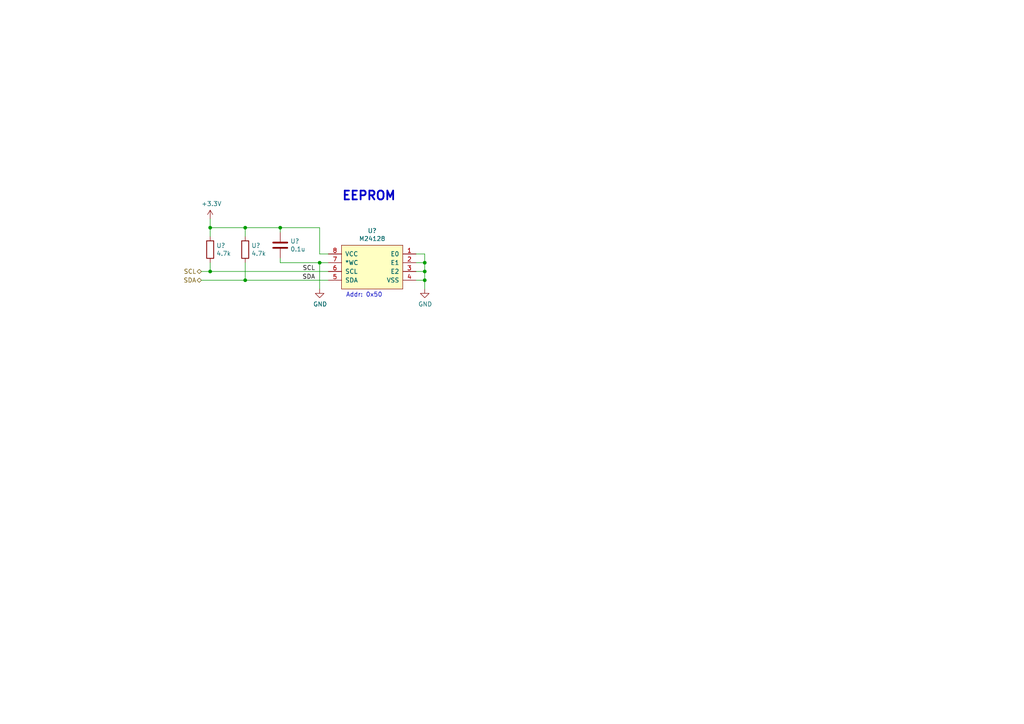
<source format=kicad_sch>
(kicad_sch (version 20211123) (generator eeschema)

  (uuid 385ced0a-8014-49f7-a535-575fd43cc821)

  (paper "A4")

  (lib_symbols
    (symbol "Device:C" (pin_numbers hide) (pin_names (offset 0.254)) (in_bom yes) (on_board yes)
      (property "Reference" "C" (id 0) (at 0.635 2.54 0)
        (effects (font (size 1.27 1.27)) (justify left))
      )
      (property "Value" "C" (id 1) (at 0.635 -2.54 0)
        (effects (font (size 1.27 1.27)) (justify left))
      )
      (property "Footprint" "" (id 2) (at 0.9652 -3.81 0)
        (effects (font (size 1.27 1.27)) hide)
      )
      (property "Datasheet" "~" (id 3) (at 0 0 0)
        (effects (font (size 1.27 1.27)) hide)
      )
      (property "ki_keywords" "cap capacitor" (id 4) (at 0 0 0)
        (effects (font (size 1.27 1.27)) hide)
      )
      (property "ki_description" "Unpolarized capacitor" (id 5) (at 0 0 0)
        (effects (font (size 1.27 1.27)) hide)
      )
      (property "ki_fp_filters" "C_*" (id 6) (at 0 0 0)
        (effects (font (size 1.27 1.27)) hide)
      )
      (symbol "C_0_1"
        (polyline
          (pts
            (xy -2.032 -0.762)
            (xy 2.032 -0.762)
          )
          (stroke (width 0.508) (type default) (color 0 0 0 0))
          (fill (type none))
        )
        (polyline
          (pts
            (xy -2.032 0.762)
            (xy 2.032 0.762)
          )
          (stroke (width 0.508) (type default) (color 0 0 0 0))
          (fill (type none))
        )
      )
      (symbol "C_1_1"
        (pin passive line (at 0 3.81 270) (length 2.794)
          (name "~" (effects (font (size 1.27 1.27))))
          (number "1" (effects (font (size 1.27 1.27))))
        )
        (pin passive line (at 0 -3.81 90) (length 2.794)
          (name "~" (effects (font (size 1.27 1.27))))
          (number "2" (effects (font (size 1.27 1.27))))
        )
      )
    )
    (symbol "Device:R" (pin_numbers hide) (pin_names (offset 0)) (in_bom yes) (on_board yes)
      (property "Reference" "R" (id 0) (at 2.032 0 90)
        (effects (font (size 1.27 1.27)))
      )
      (property "Value" "R" (id 1) (at 0 0 90)
        (effects (font (size 1.27 1.27)))
      )
      (property "Footprint" "" (id 2) (at -1.778 0 90)
        (effects (font (size 1.27 1.27)) hide)
      )
      (property "Datasheet" "~" (id 3) (at 0 0 0)
        (effects (font (size 1.27 1.27)) hide)
      )
      (property "ki_keywords" "R res resistor" (id 4) (at 0 0 0)
        (effects (font (size 1.27 1.27)) hide)
      )
      (property "ki_description" "Resistor" (id 5) (at 0 0 0)
        (effects (font (size 1.27 1.27)) hide)
      )
      (property "ki_fp_filters" "R_*" (id 6) (at 0 0 0)
        (effects (font (size 1.27 1.27)) hide)
      )
      (symbol "R_0_1"
        (rectangle (start -1.016 -2.54) (end 1.016 2.54)
          (stroke (width 0.254) (type default) (color 0 0 0 0))
          (fill (type none))
        )
      )
      (symbol "R_1_1"
        (pin passive line (at 0 3.81 270) (length 1.27)
          (name "~" (effects (font (size 1.27 1.27))))
          (number "1" (effects (font (size 1.27 1.27))))
        )
        (pin passive line (at 0 -3.81 90) (length 1.27)
          (name "~" (effects (font (size 1.27 1.27))))
          (number "2" (effects (font (size 1.27 1.27))))
        )
      )
    )
    (symbol "power:+3.3V" (power) (pin_names (offset 0)) (in_bom yes) (on_board yes)
      (property "Reference" "#PWR" (id 0) (at 0 -3.81 0)
        (effects (font (size 1.27 1.27)) hide)
      )
      (property "Value" "+3.3V" (id 1) (at 0 3.556 0)
        (effects (font (size 1.27 1.27)))
      )
      (property "Footprint" "" (id 2) (at 0 0 0)
        (effects (font (size 1.27 1.27)) hide)
      )
      (property "Datasheet" "" (id 3) (at 0 0 0)
        (effects (font (size 1.27 1.27)) hide)
      )
      (property "ki_keywords" "power-flag" (id 4) (at 0 0 0)
        (effects (font (size 1.27 1.27)) hide)
      )
      (property "ki_description" "Power symbol creates a global label with name \"+3.3V\"" (id 5) (at 0 0 0)
        (effects (font (size 1.27 1.27)) hide)
      )
      (symbol "+3.3V_0_1"
        (polyline
          (pts
            (xy -0.762 1.27)
            (xy 0 2.54)
          )
          (stroke (width 0) (type default) (color 0 0 0 0))
          (fill (type none))
        )
        (polyline
          (pts
            (xy 0 0)
            (xy 0 2.54)
          )
          (stroke (width 0) (type default) (color 0 0 0 0))
          (fill (type none))
        )
        (polyline
          (pts
            (xy 0 2.54)
            (xy 0.762 1.27)
          )
          (stroke (width 0) (type default) (color 0 0 0 0))
          (fill (type none))
        )
      )
      (symbol "+3.3V_1_1"
        (pin power_in line (at 0 0 90) (length 0) hide
          (name "+3.3V" (effects (font (size 1.27 1.27))))
          (number "1" (effects (font (size 1.27 1.27))))
        )
      )
    )
    (symbol "power:GND" (power) (pin_names (offset 0)) (in_bom yes) (on_board yes)
      (property "Reference" "#PWR" (id 0) (at 0 -6.35 0)
        (effects (font (size 1.27 1.27)) hide)
      )
      (property "Value" "GND" (id 1) (at 0 -3.81 0)
        (effects (font (size 1.27 1.27)))
      )
      (property "Footprint" "" (id 2) (at 0 0 0)
        (effects (font (size 1.27 1.27)) hide)
      )
      (property "Datasheet" "" (id 3) (at 0 0 0)
        (effects (font (size 1.27 1.27)) hide)
      )
      (property "ki_keywords" "power-flag" (id 4) (at 0 0 0)
        (effects (font (size 1.27 1.27)) hide)
      )
      (property "ki_description" "Power symbol creates a global label with name \"GND\" , ground" (id 5) (at 0 0 0)
        (effects (font (size 1.27 1.27)) hide)
      )
      (symbol "GND_0_1"
        (polyline
          (pts
            (xy 0 0)
            (xy 0 -1.27)
            (xy 1.27 -1.27)
            (xy 0 -2.54)
            (xy -1.27 -1.27)
            (xy 0 -1.27)
          )
          (stroke (width 0) (type default) (color 0 0 0 0))
          (fill (type none))
        )
      )
      (symbol "GND_1_1"
        (pin power_in line (at 0 0 270) (length 0) hide
          (name "GND" (effects (font (size 1.27 1.27))))
          (number "1" (effects (font (size 1.27 1.27))))
        )
      )
    )
    (symbol "utsvt-bps:M24128" (pin_names (offset 1.016)) (in_bom yes) (on_board yes)
      (property "Reference" "U" (id 0) (at 0 3.81 0)
        (effects (font (size 1.27 1.27)))
      )
      (property "Value" "M24128" (id 1) (at 0 1.27 0)
        (effects (font (size 1.27 1.27)))
      )
      (property "Footprint" "Package_SO:SOIC-8_3.9x4.9mm_P1.27mm" (id 2) (at 0 0 0)
        (effects (font (size 1.27 1.27)) hide)
      )
      (property "Datasheet" "https://www.st.com/resource/en/datasheet/m24128-bf.pdf" (id 3) (at 0 0 0)
        (effects (font (size 1.27 1.27)) hide)
      )
      (property "Address" "0x50" (id 4) (at 0 0 0)
        (effects (font (size 1.27 1.27)) hide)
      )
      (property "ki_keywords" "EEPROM, memory, non-volatile" (id 5) (at 0 0 0)
        (effects (font (size 1.27 1.27)) hide)
      )
      (property "ki_description" "EEPROM Memory Chip" (id 6) (at 0 0 0)
        (effects (font (size 1.27 1.27)) hide)
      )
      (symbol "M24128_0_1"
        (rectangle (start -8.89 0) (end 8.89 -12.7)
          (stroke (width 0) (type default) (color 0 0 0 0))
          (fill (type background))
        )
      )
      (symbol "M24128_1_1"
        (pin input line (at -12.7 -2.54 0) (length 3.81)
          (name "E0" (effects (font (size 1.27 1.27))))
          (number "1" (effects (font (size 1.27 1.27))))
        )
        (pin input line (at -12.7 -5.08 0) (length 3.81)
          (name "E1" (effects (font (size 1.27 1.27))))
          (number "2" (effects (font (size 1.27 1.27))))
        )
        (pin input line (at -12.7 -7.62 0) (length 3.81)
          (name "E2" (effects (font (size 1.27 1.27))))
          (number "3" (effects (font (size 1.27 1.27))))
        )
        (pin input line (at -12.7 -10.16 0) (length 3.81)
          (name "VSS" (effects (font (size 1.27 1.27))))
          (number "4" (effects (font (size 1.27 1.27))))
        )
        (pin input line (at 12.7 -10.16 180) (length 3.81)
          (name "SDA" (effects (font (size 1.27 1.27))))
          (number "5" (effects (font (size 1.27 1.27))))
        )
        (pin input line (at 12.7 -7.62 180) (length 3.81)
          (name "SCL" (effects (font (size 1.27 1.27))))
          (number "6" (effects (font (size 1.27 1.27))))
        )
        (pin input line (at 12.7 -5.08 180) (length 3.81)
          (name "*WC" (effects (font (size 1.27 1.27))))
          (number "7" (effects (font (size 1.27 1.27))))
        )
        (pin input line (at 12.7 -2.54 180) (length 3.81)
          (name "VCC" (effects (font (size 1.27 1.27))))
          (number "8" (effects (font (size 1.27 1.27))))
        )
      )
    )
  )

  (junction (at 60.96 78.74) (diameter 0) (color 0 0 0 0)
    (uuid 293f8b5f-9eb2-404e-a381-1f6d85ab935a)
  )
  (junction (at 123.19 76.2) (diameter 0) (color 0 0 0 0)
    (uuid 59c3ce42-34f3-4c20-b5e2-54bb7bf5e9ac)
  )
  (junction (at 123.19 78.74) (diameter 0) (color 0 0 0 0)
    (uuid 628953fe-4d10-460c-a372-0d78540c94eb)
  )
  (junction (at 123.19 81.28) (diameter 0) (color 0 0 0 0)
    (uuid 6bcb4120-0ffc-476b-ab66-1d65c6ec6827)
  )
  (junction (at 81.28 66.04) (diameter 0) (color 0 0 0 0)
    (uuid 793d025f-7c36-4c8c-a878-b527215a5810)
  )
  (junction (at 71.12 66.04) (diameter 0) (color 0 0 0 0)
    (uuid 9b079623-6e36-4893-9691-d52f9bcd5065)
  )
  (junction (at 92.71 76.2) (diameter 0) (color 0 0 0 0)
    (uuid 9e585e75-b7ad-494b-9816-af5d491bf401)
  )
  (junction (at 71.12 81.28) (diameter 0) (color 0 0 0 0)
    (uuid ce4d7f86-7a89-4a44-b651-1d8fa5dce22f)
  )
  (junction (at 60.96 66.04) (diameter 0) (color 0 0 0 0)
    (uuid f4278f6a-63a9-4733-981f-f64a065312f6)
  )

  (wire (pts (xy 71.12 66.04) (xy 81.28 66.04))
    (stroke (width 0) (type default) (color 0 0 0 0))
    (uuid 09c12647-8e16-4af1-91d5-ad758e6e7486)
  )
  (wire (pts (xy 58.42 78.74) (xy 60.96 78.74))
    (stroke (width 0) (type default) (color 0 0 0 0))
    (uuid 0b90a51c-b818-4a22-a2b0-4280177dbfd7)
  )
  (wire (pts (xy 92.71 83.82) (xy 92.71 76.2))
    (stroke (width 0) (type default) (color 0 0 0 0))
    (uuid 10c552cb-be4a-4737-a16a-2146f0a8e9ef)
  )
  (wire (pts (xy 71.12 76.2) (xy 71.12 81.28))
    (stroke (width 0) (type default) (color 0 0 0 0))
    (uuid 16a0274b-c231-4ee7-b56c-ff60a8fc7a2d)
  )
  (wire (pts (xy 60.96 68.58) (xy 60.96 66.04))
    (stroke (width 0) (type default) (color 0 0 0 0))
    (uuid 1b62a617-c44b-4bda-83d1-3b1939dd58fc)
  )
  (wire (pts (xy 92.71 76.2) (xy 95.25 76.2))
    (stroke (width 0) (type default) (color 0 0 0 0))
    (uuid 1c0626c4-0cd4-43f7-99f6-70d808ac719f)
  )
  (wire (pts (xy 60.96 63.5) (xy 60.96 66.04))
    (stroke (width 0) (type default) (color 0 0 0 0))
    (uuid 20a4bf16-2ce5-457f-9e69-6f3368da15e0)
  )
  (wire (pts (xy 120.65 81.28) (xy 123.19 81.28))
    (stroke (width 0) (type default) (color 0 0 0 0))
    (uuid 231a006c-d6a6-4fd1-b6c0-59bab4bc0640)
  )
  (wire (pts (xy 71.12 68.58) (xy 71.12 66.04))
    (stroke (width 0) (type default) (color 0 0 0 0))
    (uuid 25458fb4-e3e7-4c8f-b83d-63762f0f2e95)
  )
  (wire (pts (xy 60.96 66.04) (xy 71.12 66.04))
    (stroke (width 0) (type default) (color 0 0 0 0))
    (uuid 39927401-e805-4476-882c-24b2f516669f)
  )
  (wire (pts (xy 60.96 78.74) (xy 95.25 78.74))
    (stroke (width 0) (type default) (color 0 0 0 0))
    (uuid 3efda410-80a8-4cd3-ae44-673035b64e37)
  )
  (wire (pts (xy 60.96 78.74) (xy 60.96 76.2))
    (stroke (width 0) (type default) (color 0 0 0 0))
    (uuid 47f1fd67-47e6-464a-9786-0cd2f7ae374c)
  )
  (wire (pts (xy 58.42 81.28) (xy 71.12 81.28))
    (stroke (width 0) (type default) (color 0 0 0 0))
    (uuid 55af7378-f906-48b2-845f-521d0524c634)
  )
  (wire (pts (xy 81.28 66.04) (xy 92.71 66.04))
    (stroke (width 0) (type default) (color 0 0 0 0))
    (uuid 69c2a615-b3de-4046-80e9-bc346f7d16f2)
  )
  (wire (pts (xy 120.65 76.2) (xy 123.19 76.2))
    (stroke (width 0) (type default) (color 0 0 0 0))
    (uuid 6fd312c0-66a3-4fc1-961d-532fe2496b01)
  )
  (wire (pts (xy 123.19 81.28) (xy 123.19 78.74))
    (stroke (width 0) (type default) (color 0 0 0 0))
    (uuid 704bf793-9f1a-452f-85f1-7087a188b66b)
  )
  (wire (pts (xy 92.71 73.66) (xy 95.25 73.66))
    (stroke (width 0) (type default) (color 0 0 0 0))
    (uuid 7912d712-63f9-4e37-8566-041af13b56e8)
  )
  (wire (pts (xy 123.19 73.66) (xy 120.65 73.66))
    (stroke (width 0) (type default) (color 0 0 0 0))
    (uuid 899d02e0-ce8d-477d-9af5-f3eda6b9eabc)
  )
  (wire (pts (xy 123.19 81.28) (xy 123.19 83.82))
    (stroke (width 0) (type default) (color 0 0 0 0))
    (uuid 9fbf9938-2110-46a6-bd0a-dd2eb796f025)
  )
  (wire (pts (xy 71.12 81.28) (xy 95.25 81.28))
    (stroke (width 0) (type default) (color 0 0 0 0))
    (uuid a2c6dff5-cb9c-4e41-8ce2-30c548c49021)
  )
  (wire (pts (xy 123.19 76.2) (xy 123.19 73.66))
    (stroke (width 0) (type default) (color 0 0 0 0))
    (uuid a6206873-d810-48d3-9a83-5204f5ba7e96)
  )
  (wire (pts (xy 123.19 78.74) (xy 123.19 76.2))
    (stroke (width 0) (type default) (color 0 0 0 0))
    (uuid b1527572-f8bc-4617-a3de-662fa611548f)
  )
  (wire (pts (xy 92.71 66.04) (xy 92.71 73.66))
    (stroke (width 0) (type default) (color 0 0 0 0))
    (uuid b4f757d4-9b28-4245-b7f8-cfc030afae2d)
  )
  (wire (pts (xy 81.28 67.31) (xy 81.28 66.04))
    (stroke (width 0) (type default) (color 0 0 0 0))
    (uuid c322e8c2-464c-4703-86e9-b9ecf2c09756)
  )
  (wire (pts (xy 81.28 76.2) (xy 92.71 76.2))
    (stroke (width 0) (type default) (color 0 0 0 0))
    (uuid ee4f675f-3ec7-425b-acb0-d7c16d83e055)
  )
  (wire (pts (xy 81.28 74.93) (xy 81.28 76.2))
    (stroke (width 0) (type default) (color 0 0 0 0))
    (uuid f46979b1-1d79-41e1-acff-19e04ee1a82e)
  )
  (wire (pts (xy 120.65 78.74) (xy 123.19 78.74))
    (stroke (width 0) (type default) (color 0 0 0 0))
    (uuid fdc699f7-896d-49ce-baba-4e277cd46be4)
  )

  (text "Addr: 0x50" (at 100.33 86.36 0)
    (effects (font (size 1.27 1.27)) (justify left bottom))
    (uuid a5c8511e-3207-409b-aec3-58e475889930)
  )
  (text "EEPROM" (at 99.06 58.42 0)
    (effects (font (size 2.54 2.54) (thickness 0.508) bold) (justify left bottom))
    (uuid e4512af6-c69a-4c45-a95f-2011cdf19ee4)
  )

  (label "SDA" (at 91.44 81.28 180)
    (effects (font (size 1.27 1.27)) (justify right bottom))
    (uuid 039a6b39-15e4-43c6-9135-5dae0bb17a3d)
  )
  (label "SCL" (at 91.44 78.74 180)
    (effects (font (size 1.27 1.27)) (justify right bottom))
    (uuid 4f93f698-a3b8-40b2-b50a-ec6aaaf38d89)
  )

  (hierarchical_label "SCL" (shape bidirectional) (at 58.42 78.74 180)
    (effects (font (size 1.27 1.27)) (justify right))
    (uuid 48e83dc2-a5ce-4db9-b67b-b4af2866df03)
  )
  (hierarchical_label "SDA" (shape bidirectional) (at 58.42 81.28 180)
    (effects (font (size 1.27 1.27)) (justify right))
    (uuid bab00193-22ca-4e9e-a36a-e9495f31810c)
  )

  (symbol (lib_id "Device:C") (at 81.28 71.12 0) (unit 1)
    (in_bom yes) (on_board yes)
    (uuid 00000000-0000-0000-0000-00005c35143c)
    (property "Reference" "" (id 0) (at 84.201 69.9516 0)
      (effects (font (size 1.27 1.27)) (justify left))
    )
    (property "Value" "0.1u" (id 1) (at 84.201 72.263 0)
      (effects (font (size 1.27 1.27)) (justify left))
    )
    (property "Footprint" "Capacitor_SMD:C_0805_2012Metric" (id 2) (at 82.2452 74.93 0)
      (effects (font (size 1.27 1.27)) hide)
    )
    (property "Datasheet" "~" (id 3) (at 81.28 71.12 0)
      (effects (font (size 1.27 1.27)) hide)
    )
    (pin "1" (uuid d156693d-c0d6-4d70-8038-3e1eb232e8b2))
    (pin "2" (uuid d67e3573-0a18-44bf-a0d2-d464d3725d15))
  )

  (symbol (lib_id "power:GND") (at 123.19 83.82 0) (unit 1)
    (in_bom yes) (on_board yes)
    (uuid 00000000-0000-0000-0000-00005c3514dc)
    (property "Reference" "#PWR032" (id 0) (at 123.19 90.17 0)
      (effects (font (size 1.27 1.27)) hide)
    )
    (property "Value" "GND" (id 1) (at 123.317 88.2142 0))
    (property "Footprint" "" (id 2) (at 123.19 83.82 0)
      (effects (font (size 1.27 1.27)) hide)
    )
    (property "Datasheet" "" (id 3) (at 123.19 83.82 0)
      (effects (font (size 1.27 1.27)) hide)
    )
    (pin "1" (uuid 5e469e0d-3031-43d2-8622-07ffdb2d0d56))
  )

  (symbol (lib_id "power:GND") (at 92.71 83.82 0) (unit 1)
    (in_bom yes) (on_board yes)
    (uuid 00000000-0000-0000-0000-00005c3516f5)
    (property "Reference" "#PWR031" (id 0) (at 92.71 90.17 0)
      (effects (font (size 1.27 1.27)) hide)
    )
    (property "Value" "GND" (id 1) (at 92.837 88.2142 0))
    (property "Footprint" "" (id 2) (at 92.71 83.82 0)
      (effects (font (size 1.27 1.27)) hide)
    )
    (property "Datasheet" "" (id 3) (at 92.71 83.82 0)
      (effects (font (size 1.27 1.27)) hide)
    )
    (pin "1" (uuid ca705513-b762-4168-8e6d-b5e4fce10c93))
  )

  (symbol (lib_id "Device:R") (at 71.12 72.39 0) (unit 1)
    (in_bom yes) (on_board yes)
    (uuid 00000000-0000-0000-0000-00005c351986)
    (property "Reference" "" (id 0) (at 72.898 71.2216 0)
      (effects (font (size 1.27 1.27)) (justify left))
    )
    (property "Value" "4.7k" (id 1) (at 72.898 73.533 0)
      (effects (font (size 1.27 1.27)) (justify left))
    )
    (property "Footprint" "Resistor_SMD:R_0805_2012Metric" (id 2) (at 69.342 72.39 90)
      (effects (font (size 1.27 1.27)) hide)
    )
    (property "Datasheet" "~" (id 3) (at 71.12 72.39 0)
      (effects (font (size 1.27 1.27)) hide)
    )
    (pin "1" (uuid 5692348d-b61f-4392-bfdd-54558d62aad6))
    (pin "2" (uuid fd08f5c3-0da7-4f0a-a92d-99cd2dda564a))
  )

  (symbol (lib_id "Device:R") (at 60.96 72.39 0) (unit 1)
    (in_bom yes) (on_board yes)
    (uuid 00000000-0000-0000-0000-00005c3519b6)
    (property "Reference" "" (id 0) (at 62.738 71.2216 0)
      (effects (font (size 1.27 1.27)) (justify left))
    )
    (property "Value" "4.7k" (id 1) (at 62.738 73.533 0)
      (effects (font (size 1.27 1.27)) (justify left))
    )
    (property "Footprint" "Resistor_SMD:R_0805_2012Metric" (id 2) (at 59.182 72.39 90)
      (effects (font (size 1.27 1.27)) hide)
    )
    (property "Datasheet" "~" (id 3) (at 60.96 72.39 0)
      (effects (font (size 1.27 1.27)) hide)
    )
    (pin "1" (uuid 43331ebd-163e-4d89-acee-5c3846fc6f28))
    (pin "2" (uuid 9ecd1c4a-d6c6-4b2e-88a8-2b2e0a7697bf))
  )

  (symbol (lib_id "power:+3.3V") (at 60.96 63.5 0) (unit 1)
    (in_bom yes) (on_board yes)
    (uuid 00000000-0000-0000-0000-00005c351a76)
    (property "Reference" "#PWR030" (id 0) (at 60.96 67.31 0)
      (effects (font (size 1.27 1.27)) hide)
    )
    (property "Value" "+3.3V" (id 1) (at 61.341 59.1058 0))
    (property "Footprint" "" (id 2) (at 60.96 63.5 0)
      (effects (font (size 1.27 1.27)) hide)
    )
    (property "Datasheet" "" (id 3) (at 60.96 63.5 0)
      (effects (font (size 1.27 1.27)) hide)
    )
    (pin "1" (uuid 8612f025-2744-485d-ae68-11d83e717864))
  )

  (symbol (lib_id "utsvt-bps:M24128") (at 107.95 71.12 0) (mirror y) (unit 1)
    (in_bom yes) (on_board yes)
    (uuid 00000000-0000-0000-0000-00005f1359c0)
    (property "Reference" "" (id 0) (at 107.95 66.929 0))
    (property "Value" "M24128" (id 1) (at 107.95 69.2404 0))
    (property "Footprint" "Package_SO:SOIC-8_3.9x4.9mm_P1.27mm" (id 2) (at 107.95 71.12 0)
      (effects (font (size 1.27 1.27)) hide)
    )
    (property "Datasheet" "https://www.st.com/resource/en/datasheet/m24128-bf.pdf" (id 3) (at 107.95 71.12 0)
      (effects (font (size 1.27 1.27)) hide)
    )
    (property "Address" "0x50" (id 4) (at 107.95 71.12 0)
      (effects (font (size 1.27 1.27)) hide)
    )
    (pin "1" (uuid 110f8d2d-d014-4eec-802e-8c5b6de90fe7))
    (pin "2" (uuid 0a2e010e-aec8-4ca3-97a7-f702e1f4c8e1))
    (pin "3" (uuid c4bc4b5f-141e-4c41-8905-4c943f3f01cb))
    (pin "4" (uuid d9333de5-1403-4746-abd4-60219de323d1))
    (pin "5" (uuid fa295b59-a38d-4322-9e23-cf4a1e9d144e))
    (pin "6" (uuid f70569c4-9ffb-4c4b-939c-02836fcd0175))
    (pin "7" (uuid 5e7a3fdc-5e0c-46e8-87d7-3366fddac21e))
    (pin "8" (uuid fc0819ac-ae75-49a1-a313-522af40b5e24))
  )
)

</source>
